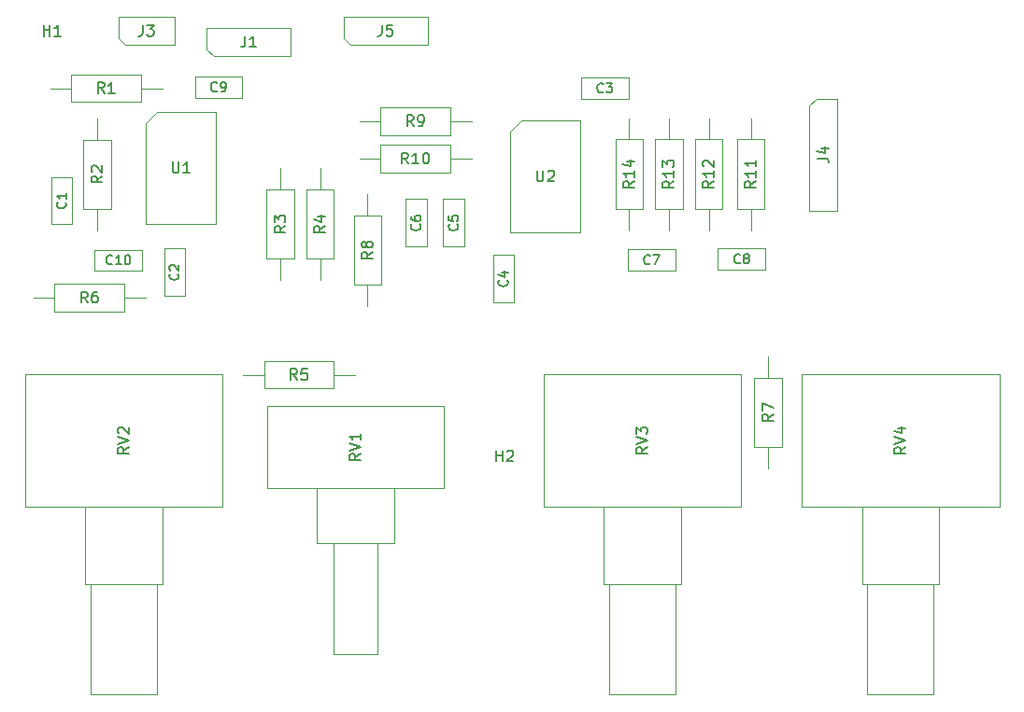
<source format=gbr>
%TF.GenerationSoftware,KiCad,Pcbnew,7.0.8-7.0.8~ubuntu22.04.1*%
%TF.CreationDate,2023-10-08T09:38:23-05:00*%
%TF.ProjectId,crossover_v1,63726f73-736f-4766-9572-5f76312e6b69,v1.0.0*%
%TF.SameCoordinates,Original*%
%TF.FileFunction,AssemblyDrawing,Top*%
%FSLAX46Y46*%
G04 Gerber Fmt 4.6, Leading zero omitted, Abs format (unit mm)*
G04 Created by KiCad (PCBNEW 7.0.8-7.0.8~ubuntu22.04.1) date 2023-10-08 09:38:23*
%MOMM*%
%LPD*%
G01*
G04 APERTURE LIST*
%ADD10C,0.150000*%
%ADD11C,0.129000*%
%ADD12C,0.100000*%
G04 APERTURE END LIST*
D10*
X135161666Y-80424819D02*
X135161666Y-81139104D01*
X135161666Y-81139104D02*
X135114047Y-81281961D01*
X135114047Y-81281961D02*
X135018809Y-81377200D01*
X135018809Y-81377200D02*
X134875952Y-81424819D01*
X134875952Y-81424819D02*
X134780714Y-81424819D01*
X136114047Y-80424819D02*
X135637857Y-80424819D01*
X135637857Y-80424819D02*
X135590238Y-80901009D01*
X135590238Y-80901009D02*
X135637857Y-80853390D01*
X135637857Y-80853390D02*
X135733095Y-80805771D01*
X135733095Y-80805771D02*
X135971190Y-80805771D01*
X135971190Y-80805771D02*
X136066428Y-80853390D01*
X136066428Y-80853390D02*
X136114047Y-80901009D01*
X136114047Y-80901009D02*
X136161666Y-80996247D01*
X136161666Y-80996247D02*
X136161666Y-81234342D01*
X136161666Y-81234342D02*
X136114047Y-81329580D01*
X136114047Y-81329580D02*
X136066428Y-81377200D01*
X136066428Y-81377200D02*
X135971190Y-81424819D01*
X135971190Y-81424819D02*
X135733095Y-81424819D01*
X135733095Y-81424819D02*
X135637857Y-81377200D01*
X135637857Y-81377200D02*
X135590238Y-81329580D01*
D11*
X146514240Y-103593333D02*
X146555193Y-103634285D01*
X146555193Y-103634285D02*
X146596145Y-103757143D01*
X146596145Y-103757143D02*
X146596145Y-103839047D01*
X146596145Y-103839047D02*
X146555193Y-103961904D01*
X146555193Y-103961904D02*
X146473288Y-104043809D01*
X146473288Y-104043809D02*
X146391383Y-104084762D01*
X146391383Y-104084762D02*
X146227573Y-104125714D01*
X146227573Y-104125714D02*
X146104716Y-104125714D01*
X146104716Y-104125714D02*
X145940907Y-104084762D01*
X145940907Y-104084762D02*
X145859002Y-104043809D01*
X145859002Y-104043809D02*
X145777097Y-103961904D01*
X145777097Y-103961904D02*
X145736145Y-103839047D01*
X145736145Y-103839047D02*
X145736145Y-103757143D01*
X145736145Y-103757143D02*
X145777097Y-103634285D01*
X145777097Y-103634285D02*
X145818050Y-103593333D01*
X146022812Y-102856190D02*
X146596145Y-102856190D01*
X145695193Y-103060952D02*
X146309478Y-103265714D01*
X146309478Y-103265714D02*
X146309478Y-102733333D01*
D10*
X165259819Y-94592857D02*
X164783628Y-94926190D01*
X165259819Y-95164285D02*
X164259819Y-95164285D01*
X164259819Y-95164285D02*
X164259819Y-94783333D01*
X164259819Y-94783333D02*
X164307438Y-94688095D01*
X164307438Y-94688095D02*
X164355057Y-94640476D01*
X164355057Y-94640476D02*
X164450295Y-94592857D01*
X164450295Y-94592857D02*
X164593152Y-94592857D01*
X164593152Y-94592857D02*
X164688390Y-94640476D01*
X164688390Y-94640476D02*
X164736009Y-94688095D01*
X164736009Y-94688095D02*
X164783628Y-94783333D01*
X164783628Y-94783333D02*
X164783628Y-95164285D01*
X165259819Y-93640476D02*
X165259819Y-94211904D01*
X165259819Y-93926190D02*
X164259819Y-93926190D01*
X164259819Y-93926190D02*
X164402676Y-94021428D01*
X164402676Y-94021428D02*
X164497914Y-94116666D01*
X164497914Y-94116666D02*
X164545533Y-94211904D01*
X164355057Y-93259523D02*
X164307438Y-93211904D01*
X164307438Y-93211904D02*
X164259819Y-93116666D01*
X164259819Y-93116666D02*
X164259819Y-92878571D01*
X164259819Y-92878571D02*
X164307438Y-92783333D01*
X164307438Y-92783333D02*
X164355057Y-92735714D01*
X164355057Y-92735714D02*
X164450295Y-92688095D01*
X164450295Y-92688095D02*
X164545533Y-92688095D01*
X164545533Y-92688095D02*
X164688390Y-92735714D01*
X164688390Y-92735714D02*
X165259819Y-93307142D01*
X165259819Y-93307142D02*
X165259819Y-92688095D01*
X149228095Y-93614819D02*
X149228095Y-94424342D01*
X149228095Y-94424342D02*
X149275714Y-94519580D01*
X149275714Y-94519580D02*
X149323333Y-94567200D01*
X149323333Y-94567200D02*
X149418571Y-94614819D01*
X149418571Y-94614819D02*
X149609047Y-94614819D01*
X149609047Y-94614819D02*
X149704285Y-94567200D01*
X149704285Y-94567200D02*
X149751904Y-94519580D01*
X149751904Y-94519580D02*
X149799523Y-94424342D01*
X149799523Y-94424342D02*
X149799523Y-93614819D01*
X150228095Y-93710057D02*
X150275714Y-93662438D01*
X150275714Y-93662438D02*
X150370952Y-93614819D01*
X150370952Y-93614819D02*
X150609047Y-93614819D01*
X150609047Y-93614819D02*
X150704285Y-93662438D01*
X150704285Y-93662438D02*
X150751904Y-93710057D01*
X150751904Y-93710057D02*
X150799523Y-93805295D01*
X150799523Y-93805295D02*
X150799523Y-93900533D01*
X150799523Y-93900533D02*
X150751904Y-94043390D01*
X150751904Y-94043390D02*
X150180476Y-94614819D01*
X150180476Y-94614819D02*
X150799523Y-94614819D01*
X161634819Y-94592857D02*
X161158628Y-94926190D01*
X161634819Y-95164285D02*
X160634819Y-95164285D01*
X160634819Y-95164285D02*
X160634819Y-94783333D01*
X160634819Y-94783333D02*
X160682438Y-94688095D01*
X160682438Y-94688095D02*
X160730057Y-94640476D01*
X160730057Y-94640476D02*
X160825295Y-94592857D01*
X160825295Y-94592857D02*
X160968152Y-94592857D01*
X160968152Y-94592857D02*
X161063390Y-94640476D01*
X161063390Y-94640476D02*
X161111009Y-94688095D01*
X161111009Y-94688095D02*
X161158628Y-94783333D01*
X161158628Y-94783333D02*
X161158628Y-95164285D01*
X161634819Y-93640476D02*
X161634819Y-94211904D01*
X161634819Y-93926190D02*
X160634819Y-93926190D01*
X160634819Y-93926190D02*
X160777676Y-94021428D01*
X160777676Y-94021428D02*
X160872914Y-94116666D01*
X160872914Y-94116666D02*
X160920533Y-94211904D01*
X160634819Y-93307142D02*
X160634819Y-92688095D01*
X160634819Y-92688095D02*
X161015771Y-93021428D01*
X161015771Y-93021428D02*
X161015771Y-92878571D01*
X161015771Y-92878571D02*
X161063390Y-92783333D01*
X161063390Y-92783333D02*
X161111009Y-92735714D01*
X161111009Y-92735714D02*
X161206247Y-92688095D01*
X161206247Y-92688095D02*
X161444342Y-92688095D01*
X161444342Y-92688095D02*
X161539580Y-92735714D01*
X161539580Y-92735714D02*
X161587200Y-92783333D01*
X161587200Y-92783333D02*
X161634819Y-92878571D01*
X161634819Y-92878571D02*
X161634819Y-93164285D01*
X161634819Y-93164285D02*
X161587200Y-93259523D01*
X161587200Y-93259523D02*
X161539580Y-93307142D01*
X170634819Y-115736666D02*
X170158628Y-116069999D01*
X170634819Y-116308094D02*
X169634819Y-116308094D01*
X169634819Y-116308094D02*
X169634819Y-115927142D01*
X169634819Y-115927142D02*
X169682438Y-115831904D01*
X169682438Y-115831904D02*
X169730057Y-115784285D01*
X169730057Y-115784285D02*
X169825295Y-115736666D01*
X169825295Y-115736666D02*
X169968152Y-115736666D01*
X169968152Y-115736666D02*
X170063390Y-115784285D01*
X170063390Y-115784285D02*
X170111009Y-115831904D01*
X170111009Y-115831904D02*
X170158628Y-115927142D01*
X170158628Y-115927142D02*
X170158628Y-116308094D01*
X169634819Y-115403332D02*
X169634819Y-114736666D01*
X169634819Y-114736666D02*
X170634819Y-115165237D01*
D11*
X141989240Y-98513333D02*
X142030193Y-98554285D01*
X142030193Y-98554285D02*
X142071145Y-98677143D01*
X142071145Y-98677143D02*
X142071145Y-98759047D01*
X142071145Y-98759047D02*
X142030193Y-98881904D01*
X142030193Y-98881904D02*
X141948288Y-98963809D01*
X141948288Y-98963809D02*
X141866383Y-99004762D01*
X141866383Y-99004762D02*
X141702573Y-99045714D01*
X141702573Y-99045714D02*
X141579716Y-99045714D01*
X141579716Y-99045714D02*
X141415907Y-99004762D01*
X141415907Y-99004762D02*
X141334002Y-98963809D01*
X141334002Y-98963809D02*
X141252097Y-98881904D01*
X141252097Y-98881904D02*
X141211145Y-98759047D01*
X141211145Y-98759047D02*
X141211145Y-98677143D01*
X141211145Y-98677143D02*
X141252097Y-98554285D01*
X141252097Y-98554285D02*
X141293050Y-98513333D01*
X141211145Y-97735238D02*
X141211145Y-98144762D01*
X141211145Y-98144762D02*
X141620669Y-98185714D01*
X141620669Y-98185714D02*
X141579716Y-98144762D01*
X141579716Y-98144762D02*
X141538764Y-98062857D01*
X141538764Y-98062857D02*
X141538764Y-97858095D01*
X141538764Y-97858095D02*
X141579716Y-97776190D01*
X141579716Y-97776190D02*
X141620669Y-97735238D01*
X141620669Y-97735238D02*
X141702573Y-97694285D01*
X141702573Y-97694285D02*
X141907335Y-97694285D01*
X141907335Y-97694285D02*
X141989240Y-97735238D01*
X141989240Y-97735238D02*
X142030193Y-97776190D01*
X142030193Y-97776190D02*
X142071145Y-97858095D01*
X142071145Y-97858095D02*
X142071145Y-98062857D01*
X142071145Y-98062857D02*
X142030193Y-98144762D01*
X142030193Y-98144762D02*
X141989240Y-98185714D01*
D10*
X169059819Y-94592857D02*
X168583628Y-94926190D01*
X169059819Y-95164285D02*
X168059819Y-95164285D01*
X168059819Y-95164285D02*
X168059819Y-94783333D01*
X168059819Y-94783333D02*
X168107438Y-94688095D01*
X168107438Y-94688095D02*
X168155057Y-94640476D01*
X168155057Y-94640476D02*
X168250295Y-94592857D01*
X168250295Y-94592857D02*
X168393152Y-94592857D01*
X168393152Y-94592857D02*
X168488390Y-94640476D01*
X168488390Y-94640476D02*
X168536009Y-94688095D01*
X168536009Y-94688095D02*
X168583628Y-94783333D01*
X168583628Y-94783333D02*
X168583628Y-95164285D01*
X169059819Y-93640476D02*
X169059819Y-94211904D01*
X169059819Y-93926190D02*
X168059819Y-93926190D01*
X168059819Y-93926190D02*
X168202676Y-94021428D01*
X168202676Y-94021428D02*
X168297914Y-94116666D01*
X168297914Y-94116666D02*
X168345533Y-94211904D01*
X169059819Y-92688095D02*
X169059819Y-93259523D01*
X169059819Y-92973809D02*
X168059819Y-92973809D01*
X168059819Y-92973809D02*
X168202676Y-93069047D01*
X168202676Y-93069047D02*
X168297914Y-93164285D01*
X168297914Y-93164285D02*
X168345533Y-93259523D01*
X110013333Y-86624819D02*
X109680000Y-86148628D01*
X109441905Y-86624819D02*
X109441905Y-85624819D01*
X109441905Y-85624819D02*
X109822857Y-85624819D01*
X109822857Y-85624819D02*
X109918095Y-85672438D01*
X109918095Y-85672438D02*
X109965714Y-85720057D01*
X109965714Y-85720057D02*
X110013333Y-85815295D01*
X110013333Y-85815295D02*
X110013333Y-85958152D01*
X110013333Y-85958152D02*
X109965714Y-86053390D01*
X109965714Y-86053390D02*
X109918095Y-86101009D01*
X109918095Y-86101009D02*
X109822857Y-86148628D01*
X109822857Y-86148628D02*
X109441905Y-86148628D01*
X110965714Y-86624819D02*
X110394286Y-86624819D01*
X110680000Y-86624819D02*
X110680000Y-85624819D01*
X110680000Y-85624819D02*
X110584762Y-85767676D01*
X110584762Y-85767676D02*
X110489524Y-85862914D01*
X110489524Y-85862914D02*
X110394286Y-85910533D01*
D11*
X138589240Y-98513333D02*
X138630193Y-98554285D01*
X138630193Y-98554285D02*
X138671145Y-98677143D01*
X138671145Y-98677143D02*
X138671145Y-98759047D01*
X138671145Y-98759047D02*
X138630193Y-98881904D01*
X138630193Y-98881904D02*
X138548288Y-98963809D01*
X138548288Y-98963809D02*
X138466383Y-99004762D01*
X138466383Y-99004762D02*
X138302573Y-99045714D01*
X138302573Y-99045714D02*
X138179716Y-99045714D01*
X138179716Y-99045714D02*
X138015907Y-99004762D01*
X138015907Y-99004762D02*
X137934002Y-98963809D01*
X137934002Y-98963809D02*
X137852097Y-98881904D01*
X137852097Y-98881904D02*
X137811145Y-98759047D01*
X137811145Y-98759047D02*
X137811145Y-98677143D01*
X137811145Y-98677143D02*
X137852097Y-98554285D01*
X137852097Y-98554285D02*
X137893050Y-98513333D01*
X137811145Y-97776190D02*
X137811145Y-97940000D01*
X137811145Y-97940000D02*
X137852097Y-98021904D01*
X137852097Y-98021904D02*
X137893050Y-98062857D01*
X137893050Y-98062857D02*
X138015907Y-98144762D01*
X138015907Y-98144762D02*
X138179716Y-98185714D01*
X138179716Y-98185714D02*
X138507335Y-98185714D01*
X138507335Y-98185714D02*
X138589240Y-98144762D01*
X138589240Y-98144762D02*
X138630193Y-98103809D01*
X138630193Y-98103809D02*
X138671145Y-98021904D01*
X138671145Y-98021904D02*
X138671145Y-97858095D01*
X138671145Y-97858095D02*
X138630193Y-97776190D01*
X138630193Y-97776190D02*
X138589240Y-97735238D01*
X138589240Y-97735238D02*
X138507335Y-97694285D01*
X138507335Y-97694285D02*
X138302573Y-97694285D01*
X138302573Y-97694285D02*
X138220669Y-97735238D01*
X138220669Y-97735238D02*
X138179716Y-97776190D01*
X138179716Y-97776190D02*
X138138764Y-97858095D01*
X138138764Y-97858095D02*
X138138764Y-98021904D01*
X138138764Y-98021904D02*
X138179716Y-98103809D01*
X138179716Y-98103809D02*
X138220669Y-98144762D01*
X138220669Y-98144762D02*
X138302573Y-98185714D01*
D10*
X145518095Y-120024819D02*
X145518095Y-119024819D01*
X145518095Y-119501009D02*
X146089523Y-119501009D01*
X146089523Y-120024819D02*
X146089523Y-119024819D01*
X146518095Y-119120057D02*
X146565714Y-119072438D01*
X146565714Y-119072438D02*
X146660952Y-119024819D01*
X146660952Y-119024819D02*
X146899047Y-119024819D01*
X146899047Y-119024819D02*
X146994285Y-119072438D01*
X146994285Y-119072438D02*
X147041904Y-119120057D01*
X147041904Y-119120057D02*
X147089523Y-119215295D01*
X147089523Y-119215295D02*
X147089523Y-119310533D01*
X147089523Y-119310533D02*
X147041904Y-119453390D01*
X147041904Y-119453390D02*
X146470476Y-120024819D01*
X146470476Y-120024819D02*
X147089523Y-120024819D01*
X134334819Y-101016666D02*
X133858628Y-101349999D01*
X134334819Y-101588094D02*
X133334819Y-101588094D01*
X133334819Y-101588094D02*
X133334819Y-101207142D01*
X133334819Y-101207142D02*
X133382438Y-101111904D01*
X133382438Y-101111904D02*
X133430057Y-101064285D01*
X133430057Y-101064285D02*
X133525295Y-101016666D01*
X133525295Y-101016666D02*
X133668152Y-101016666D01*
X133668152Y-101016666D02*
X133763390Y-101064285D01*
X133763390Y-101064285D02*
X133811009Y-101111904D01*
X133811009Y-101111904D02*
X133858628Y-101207142D01*
X133858628Y-101207142D02*
X133858628Y-101588094D01*
X133763390Y-100445237D02*
X133715771Y-100540475D01*
X133715771Y-100540475D02*
X133668152Y-100588094D01*
X133668152Y-100588094D02*
X133572914Y-100635713D01*
X133572914Y-100635713D02*
X133525295Y-100635713D01*
X133525295Y-100635713D02*
X133430057Y-100588094D01*
X133430057Y-100588094D02*
X133382438Y-100540475D01*
X133382438Y-100540475D02*
X133334819Y-100445237D01*
X133334819Y-100445237D02*
X133334819Y-100254761D01*
X133334819Y-100254761D02*
X133382438Y-100159523D01*
X133382438Y-100159523D02*
X133430057Y-100111904D01*
X133430057Y-100111904D02*
X133525295Y-100064285D01*
X133525295Y-100064285D02*
X133572914Y-100064285D01*
X133572914Y-100064285D02*
X133668152Y-100111904D01*
X133668152Y-100111904D02*
X133715771Y-100159523D01*
X133715771Y-100159523D02*
X133763390Y-100254761D01*
X133763390Y-100254761D02*
X133763390Y-100445237D01*
X133763390Y-100445237D02*
X133811009Y-100540475D01*
X133811009Y-100540475D02*
X133858628Y-100588094D01*
X133858628Y-100588094D02*
X133953866Y-100635713D01*
X133953866Y-100635713D02*
X134144342Y-100635713D01*
X134144342Y-100635713D02*
X134239580Y-100588094D01*
X134239580Y-100588094D02*
X134287200Y-100540475D01*
X134287200Y-100540475D02*
X134334819Y-100445237D01*
X134334819Y-100445237D02*
X134334819Y-100254761D01*
X134334819Y-100254761D02*
X134287200Y-100159523D01*
X134287200Y-100159523D02*
X134239580Y-100111904D01*
X134239580Y-100111904D02*
X134144342Y-100064285D01*
X134144342Y-100064285D02*
X133953866Y-100064285D01*
X133953866Y-100064285D02*
X133858628Y-100111904D01*
X133858628Y-100111904D02*
X133811009Y-100159523D01*
X133811009Y-100159523D02*
X133763390Y-100254761D01*
X182634819Y-118715238D02*
X182158628Y-119048571D01*
X182634819Y-119286666D02*
X181634819Y-119286666D01*
X181634819Y-119286666D02*
X181634819Y-118905714D01*
X181634819Y-118905714D02*
X181682438Y-118810476D01*
X181682438Y-118810476D02*
X181730057Y-118762857D01*
X181730057Y-118762857D02*
X181825295Y-118715238D01*
X181825295Y-118715238D02*
X181968152Y-118715238D01*
X181968152Y-118715238D02*
X182063390Y-118762857D01*
X182063390Y-118762857D02*
X182111009Y-118810476D01*
X182111009Y-118810476D02*
X182158628Y-118905714D01*
X182158628Y-118905714D02*
X182158628Y-119286666D01*
X181634819Y-118429523D02*
X182634819Y-118096190D01*
X182634819Y-118096190D02*
X181634819Y-117762857D01*
X181968152Y-117000952D02*
X182634819Y-117000952D01*
X181587200Y-117239047D02*
X182301485Y-117477142D01*
X182301485Y-117477142D02*
X182301485Y-116858095D01*
X116203095Y-92834819D02*
X116203095Y-93644342D01*
X116203095Y-93644342D02*
X116250714Y-93739580D01*
X116250714Y-93739580D02*
X116298333Y-93787200D01*
X116298333Y-93787200D02*
X116393571Y-93834819D01*
X116393571Y-93834819D02*
X116584047Y-93834819D01*
X116584047Y-93834819D02*
X116679285Y-93787200D01*
X116679285Y-93787200D02*
X116726904Y-93739580D01*
X116726904Y-93739580D02*
X116774523Y-93644342D01*
X116774523Y-93644342D02*
X116774523Y-92834819D01*
X117774523Y-93834819D02*
X117203095Y-93834819D01*
X117488809Y-93834819D02*
X117488809Y-92834819D01*
X117488809Y-92834819D02*
X117393571Y-92977676D01*
X117393571Y-92977676D02*
X117298333Y-93072914D01*
X117298333Y-93072914D02*
X117203095Y-93120533D01*
X113516666Y-80424819D02*
X113516666Y-81139104D01*
X113516666Y-81139104D02*
X113469047Y-81281961D01*
X113469047Y-81281961D02*
X113373809Y-81377200D01*
X113373809Y-81377200D02*
X113230952Y-81424819D01*
X113230952Y-81424819D02*
X113135714Y-81424819D01*
X113897619Y-80424819D02*
X114516666Y-80424819D01*
X114516666Y-80424819D02*
X114183333Y-80805771D01*
X114183333Y-80805771D02*
X114326190Y-80805771D01*
X114326190Y-80805771D02*
X114421428Y-80853390D01*
X114421428Y-80853390D02*
X114469047Y-80901009D01*
X114469047Y-80901009D02*
X114516666Y-80996247D01*
X114516666Y-80996247D02*
X114516666Y-81234342D01*
X114516666Y-81234342D02*
X114469047Y-81329580D01*
X114469047Y-81329580D02*
X114421428Y-81377200D01*
X114421428Y-81377200D02*
X114326190Y-81424819D01*
X114326190Y-81424819D02*
X114040476Y-81424819D01*
X114040476Y-81424819D02*
X113945238Y-81377200D01*
X113945238Y-81377200D02*
X113897619Y-81329580D01*
X130034819Y-98656666D02*
X129558628Y-98989999D01*
X130034819Y-99228094D02*
X129034819Y-99228094D01*
X129034819Y-99228094D02*
X129034819Y-98847142D01*
X129034819Y-98847142D02*
X129082438Y-98751904D01*
X129082438Y-98751904D02*
X129130057Y-98704285D01*
X129130057Y-98704285D02*
X129225295Y-98656666D01*
X129225295Y-98656666D02*
X129368152Y-98656666D01*
X129368152Y-98656666D02*
X129463390Y-98704285D01*
X129463390Y-98704285D02*
X129511009Y-98751904D01*
X129511009Y-98751904D02*
X129558628Y-98847142D01*
X129558628Y-98847142D02*
X129558628Y-99228094D01*
X129368152Y-97799523D02*
X130034819Y-97799523D01*
X128987200Y-98037618D02*
X129701485Y-98275713D01*
X129701485Y-98275713D02*
X129701485Y-97656666D01*
X127493333Y-112624819D02*
X127160000Y-112148628D01*
X126921905Y-112624819D02*
X126921905Y-111624819D01*
X126921905Y-111624819D02*
X127302857Y-111624819D01*
X127302857Y-111624819D02*
X127398095Y-111672438D01*
X127398095Y-111672438D02*
X127445714Y-111720057D01*
X127445714Y-111720057D02*
X127493333Y-111815295D01*
X127493333Y-111815295D02*
X127493333Y-111958152D01*
X127493333Y-111958152D02*
X127445714Y-112053390D01*
X127445714Y-112053390D02*
X127398095Y-112101009D01*
X127398095Y-112101009D02*
X127302857Y-112148628D01*
X127302857Y-112148628D02*
X126921905Y-112148628D01*
X128398095Y-111624819D02*
X127921905Y-111624819D01*
X127921905Y-111624819D02*
X127874286Y-112101009D01*
X127874286Y-112101009D02*
X127921905Y-112053390D01*
X127921905Y-112053390D02*
X128017143Y-112005771D01*
X128017143Y-112005771D02*
X128255238Y-112005771D01*
X128255238Y-112005771D02*
X128350476Y-112053390D01*
X128350476Y-112053390D02*
X128398095Y-112101009D01*
X128398095Y-112101009D02*
X128445714Y-112196247D01*
X128445714Y-112196247D02*
X128445714Y-112434342D01*
X128445714Y-112434342D02*
X128398095Y-112529580D01*
X128398095Y-112529580D02*
X128350476Y-112577200D01*
X128350476Y-112577200D02*
X128255238Y-112624819D01*
X128255238Y-112624819D02*
X128017143Y-112624819D01*
X128017143Y-112624819D02*
X127921905Y-112577200D01*
X127921905Y-112577200D02*
X127874286Y-112529580D01*
X159234819Y-118715238D02*
X158758628Y-119048571D01*
X159234819Y-119286666D02*
X158234819Y-119286666D01*
X158234819Y-119286666D02*
X158234819Y-118905714D01*
X158234819Y-118905714D02*
X158282438Y-118810476D01*
X158282438Y-118810476D02*
X158330057Y-118762857D01*
X158330057Y-118762857D02*
X158425295Y-118715238D01*
X158425295Y-118715238D02*
X158568152Y-118715238D01*
X158568152Y-118715238D02*
X158663390Y-118762857D01*
X158663390Y-118762857D02*
X158711009Y-118810476D01*
X158711009Y-118810476D02*
X158758628Y-118905714D01*
X158758628Y-118905714D02*
X158758628Y-119286666D01*
X158234819Y-118429523D02*
X159234819Y-118096190D01*
X159234819Y-118096190D02*
X158234819Y-117762857D01*
X158234819Y-117524761D02*
X158234819Y-116905714D01*
X158234819Y-116905714D02*
X158615771Y-117239047D01*
X158615771Y-117239047D02*
X158615771Y-117096190D01*
X158615771Y-117096190D02*
X158663390Y-117000952D01*
X158663390Y-117000952D02*
X158711009Y-116953333D01*
X158711009Y-116953333D02*
X158806247Y-116905714D01*
X158806247Y-116905714D02*
X159044342Y-116905714D01*
X159044342Y-116905714D02*
X159139580Y-116953333D01*
X159139580Y-116953333D02*
X159187200Y-117000952D01*
X159187200Y-117000952D02*
X159234819Y-117096190D01*
X159234819Y-117096190D02*
X159234819Y-117381904D01*
X159234819Y-117381904D02*
X159187200Y-117477142D01*
X159187200Y-117477142D02*
X159139580Y-117524761D01*
X109834819Y-94136666D02*
X109358628Y-94469999D01*
X109834819Y-94708094D02*
X108834819Y-94708094D01*
X108834819Y-94708094D02*
X108834819Y-94327142D01*
X108834819Y-94327142D02*
X108882438Y-94231904D01*
X108882438Y-94231904D02*
X108930057Y-94184285D01*
X108930057Y-94184285D02*
X109025295Y-94136666D01*
X109025295Y-94136666D02*
X109168152Y-94136666D01*
X109168152Y-94136666D02*
X109263390Y-94184285D01*
X109263390Y-94184285D02*
X109311009Y-94231904D01*
X109311009Y-94231904D02*
X109358628Y-94327142D01*
X109358628Y-94327142D02*
X109358628Y-94708094D01*
X108930057Y-93755713D02*
X108882438Y-93708094D01*
X108882438Y-93708094D02*
X108834819Y-93612856D01*
X108834819Y-93612856D02*
X108834819Y-93374761D01*
X108834819Y-93374761D02*
X108882438Y-93279523D01*
X108882438Y-93279523D02*
X108930057Y-93231904D01*
X108930057Y-93231904D02*
X109025295Y-93184285D01*
X109025295Y-93184285D02*
X109120533Y-93184285D01*
X109120533Y-93184285D02*
X109263390Y-93231904D01*
X109263390Y-93231904D02*
X109834819Y-93803332D01*
X109834819Y-93803332D02*
X109834819Y-93184285D01*
X112234819Y-118715238D02*
X111758628Y-119048571D01*
X112234819Y-119286666D02*
X111234819Y-119286666D01*
X111234819Y-119286666D02*
X111234819Y-118905714D01*
X111234819Y-118905714D02*
X111282438Y-118810476D01*
X111282438Y-118810476D02*
X111330057Y-118762857D01*
X111330057Y-118762857D02*
X111425295Y-118715238D01*
X111425295Y-118715238D02*
X111568152Y-118715238D01*
X111568152Y-118715238D02*
X111663390Y-118762857D01*
X111663390Y-118762857D02*
X111711009Y-118810476D01*
X111711009Y-118810476D02*
X111758628Y-118905714D01*
X111758628Y-118905714D02*
X111758628Y-119286666D01*
X111234819Y-118429523D02*
X112234819Y-118096190D01*
X112234819Y-118096190D02*
X111234819Y-117762857D01*
X111330057Y-117477142D02*
X111282438Y-117429523D01*
X111282438Y-117429523D02*
X111234819Y-117334285D01*
X111234819Y-117334285D02*
X111234819Y-117096190D01*
X111234819Y-117096190D02*
X111282438Y-117000952D01*
X111282438Y-117000952D02*
X111330057Y-116953333D01*
X111330057Y-116953333D02*
X111425295Y-116905714D01*
X111425295Y-116905714D02*
X111520533Y-116905714D01*
X111520533Y-116905714D02*
X111663390Y-116953333D01*
X111663390Y-116953333D02*
X112234819Y-117524761D01*
X112234819Y-117524761D02*
X112234819Y-116905714D01*
D11*
X106489240Y-96513333D02*
X106530193Y-96554285D01*
X106530193Y-96554285D02*
X106571145Y-96677143D01*
X106571145Y-96677143D02*
X106571145Y-96759047D01*
X106571145Y-96759047D02*
X106530193Y-96881904D01*
X106530193Y-96881904D02*
X106448288Y-96963809D01*
X106448288Y-96963809D02*
X106366383Y-97004762D01*
X106366383Y-97004762D02*
X106202573Y-97045714D01*
X106202573Y-97045714D02*
X106079716Y-97045714D01*
X106079716Y-97045714D02*
X105915907Y-97004762D01*
X105915907Y-97004762D02*
X105834002Y-96963809D01*
X105834002Y-96963809D02*
X105752097Y-96881904D01*
X105752097Y-96881904D02*
X105711145Y-96759047D01*
X105711145Y-96759047D02*
X105711145Y-96677143D01*
X105711145Y-96677143D02*
X105752097Y-96554285D01*
X105752097Y-96554285D02*
X105793050Y-96513333D01*
X106571145Y-95694285D02*
X106571145Y-96185714D01*
X106571145Y-95940000D02*
X105711145Y-95940000D01*
X105711145Y-95940000D02*
X105834002Y-96021904D01*
X105834002Y-96021904D02*
X105915907Y-96103809D01*
X105915907Y-96103809D02*
X105956859Y-96185714D01*
X110727142Y-102079240D02*
X110686190Y-102120193D01*
X110686190Y-102120193D02*
X110563332Y-102161145D01*
X110563332Y-102161145D02*
X110481428Y-102161145D01*
X110481428Y-102161145D02*
X110358571Y-102120193D01*
X110358571Y-102120193D02*
X110276666Y-102038288D01*
X110276666Y-102038288D02*
X110235713Y-101956383D01*
X110235713Y-101956383D02*
X110194761Y-101792573D01*
X110194761Y-101792573D02*
X110194761Y-101669716D01*
X110194761Y-101669716D02*
X110235713Y-101505907D01*
X110235713Y-101505907D02*
X110276666Y-101424002D01*
X110276666Y-101424002D02*
X110358571Y-101342097D01*
X110358571Y-101342097D02*
X110481428Y-101301145D01*
X110481428Y-101301145D02*
X110563332Y-101301145D01*
X110563332Y-101301145D02*
X110686190Y-101342097D01*
X110686190Y-101342097D02*
X110727142Y-101383050D01*
X111546190Y-102161145D02*
X111054761Y-102161145D01*
X111300475Y-102161145D02*
X111300475Y-101301145D01*
X111300475Y-101301145D02*
X111218571Y-101424002D01*
X111218571Y-101424002D02*
X111136666Y-101505907D01*
X111136666Y-101505907D02*
X111054761Y-101546859D01*
X112078571Y-101301145D02*
X112160476Y-101301145D01*
X112160476Y-101301145D02*
X112242380Y-101342097D01*
X112242380Y-101342097D02*
X112283333Y-101383050D01*
X112283333Y-101383050D02*
X112324285Y-101464954D01*
X112324285Y-101464954D02*
X112365238Y-101628764D01*
X112365238Y-101628764D02*
X112365238Y-101833526D01*
X112365238Y-101833526D02*
X112324285Y-101997335D01*
X112324285Y-101997335D02*
X112283333Y-102079240D01*
X112283333Y-102079240D02*
X112242380Y-102120193D01*
X112242380Y-102120193D02*
X112160476Y-102161145D01*
X112160476Y-102161145D02*
X112078571Y-102161145D01*
X112078571Y-102161145D02*
X111996666Y-102120193D01*
X111996666Y-102120193D02*
X111955714Y-102079240D01*
X111955714Y-102079240D02*
X111914761Y-101997335D01*
X111914761Y-101997335D02*
X111873809Y-101833526D01*
X111873809Y-101833526D02*
X111873809Y-101628764D01*
X111873809Y-101628764D02*
X111914761Y-101464954D01*
X111914761Y-101464954D02*
X111955714Y-101383050D01*
X111955714Y-101383050D02*
X111996666Y-101342097D01*
X111996666Y-101342097D02*
X112078571Y-101301145D01*
D10*
X158034819Y-94592857D02*
X157558628Y-94926190D01*
X158034819Y-95164285D02*
X157034819Y-95164285D01*
X157034819Y-95164285D02*
X157034819Y-94783333D01*
X157034819Y-94783333D02*
X157082438Y-94688095D01*
X157082438Y-94688095D02*
X157130057Y-94640476D01*
X157130057Y-94640476D02*
X157225295Y-94592857D01*
X157225295Y-94592857D02*
X157368152Y-94592857D01*
X157368152Y-94592857D02*
X157463390Y-94640476D01*
X157463390Y-94640476D02*
X157511009Y-94688095D01*
X157511009Y-94688095D02*
X157558628Y-94783333D01*
X157558628Y-94783333D02*
X157558628Y-95164285D01*
X158034819Y-93640476D02*
X158034819Y-94211904D01*
X158034819Y-93926190D02*
X157034819Y-93926190D01*
X157034819Y-93926190D02*
X157177676Y-94021428D01*
X157177676Y-94021428D02*
X157272914Y-94116666D01*
X157272914Y-94116666D02*
X157320533Y-94211904D01*
X157368152Y-92783333D02*
X158034819Y-92783333D01*
X156987200Y-93021428D02*
X157701485Y-93259523D01*
X157701485Y-93259523D02*
X157701485Y-92640476D01*
D11*
X167636666Y-101979240D02*
X167595714Y-102020193D01*
X167595714Y-102020193D02*
X167472856Y-102061145D01*
X167472856Y-102061145D02*
X167390952Y-102061145D01*
X167390952Y-102061145D02*
X167268095Y-102020193D01*
X167268095Y-102020193D02*
X167186190Y-101938288D01*
X167186190Y-101938288D02*
X167145237Y-101856383D01*
X167145237Y-101856383D02*
X167104285Y-101692573D01*
X167104285Y-101692573D02*
X167104285Y-101569716D01*
X167104285Y-101569716D02*
X167145237Y-101405907D01*
X167145237Y-101405907D02*
X167186190Y-101324002D01*
X167186190Y-101324002D02*
X167268095Y-101242097D01*
X167268095Y-101242097D02*
X167390952Y-101201145D01*
X167390952Y-101201145D02*
X167472856Y-101201145D01*
X167472856Y-101201145D02*
X167595714Y-101242097D01*
X167595714Y-101242097D02*
X167636666Y-101283050D01*
X168128095Y-101569716D02*
X168046190Y-101528764D01*
X168046190Y-101528764D02*
X168005237Y-101487812D01*
X168005237Y-101487812D02*
X167964285Y-101405907D01*
X167964285Y-101405907D02*
X167964285Y-101364954D01*
X167964285Y-101364954D02*
X168005237Y-101283050D01*
X168005237Y-101283050D02*
X168046190Y-101242097D01*
X168046190Y-101242097D02*
X168128095Y-101201145D01*
X168128095Y-101201145D02*
X168291904Y-101201145D01*
X168291904Y-101201145D02*
X168373809Y-101242097D01*
X168373809Y-101242097D02*
X168414761Y-101283050D01*
X168414761Y-101283050D02*
X168455714Y-101364954D01*
X168455714Y-101364954D02*
X168455714Y-101405907D01*
X168455714Y-101405907D02*
X168414761Y-101487812D01*
X168414761Y-101487812D02*
X168373809Y-101528764D01*
X168373809Y-101528764D02*
X168291904Y-101569716D01*
X168291904Y-101569716D02*
X168128095Y-101569716D01*
X168128095Y-101569716D02*
X168046190Y-101610669D01*
X168046190Y-101610669D02*
X168005237Y-101651621D01*
X168005237Y-101651621D02*
X167964285Y-101733526D01*
X167964285Y-101733526D02*
X167964285Y-101897335D01*
X167964285Y-101897335D02*
X168005237Y-101979240D01*
X168005237Y-101979240D02*
X168046190Y-102020193D01*
X168046190Y-102020193D02*
X168128095Y-102061145D01*
X168128095Y-102061145D02*
X168291904Y-102061145D01*
X168291904Y-102061145D02*
X168373809Y-102020193D01*
X168373809Y-102020193D02*
X168414761Y-101979240D01*
X168414761Y-101979240D02*
X168455714Y-101897335D01*
X168455714Y-101897335D02*
X168455714Y-101733526D01*
X168455714Y-101733526D02*
X168414761Y-101651621D01*
X168414761Y-101651621D02*
X168373809Y-101610669D01*
X168373809Y-101610669D02*
X168291904Y-101569716D01*
D10*
X104518095Y-81424819D02*
X104518095Y-80424819D01*
X104518095Y-80901009D02*
X105089523Y-80901009D01*
X105089523Y-81424819D02*
X105089523Y-80424819D01*
X106089523Y-81424819D02*
X105518095Y-81424819D01*
X105803809Y-81424819D02*
X105803809Y-80424819D01*
X105803809Y-80424819D02*
X105708571Y-80567676D01*
X105708571Y-80567676D02*
X105613333Y-80662914D01*
X105613333Y-80662914D02*
X105518095Y-80710533D01*
X122786666Y-81424819D02*
X122786666Y-82139104D01*
X122786666Y-82139104D02*
X122739047Y-82281961D01*
X122739047Y-82281961D02*
X122643809Y-82377200D01*
X122643809Y-82377200D02*
X122500952Y-82424819D01*
X122500952Y-82424819D02*
X122405714Y-82424819D01*
X123786666Y-82424819D02*
X123215238Y-82424819D01*
X123500952Y-82424819D02*
X123500952Y-81424819D01*
X123500952Y-81424819D02*
X123405714Y-81567676D01*
X123405714Y-81567676D02*
X123310476Y-81662914D01*
X123310476Y-81662914D02*
X123215238Y-81710533D01*
D11*
X155236666Y-86479240D02*
X155195714Y-86520193D01*
X155195714Y-86520193D02*
X155072856Y-86561145D01*
X155072856Y-86561145D02*
X154990952Y-86561145D01*
X154990952Y-86561145D02*
X154868095Y-86520193D01*
X154868095Y-86520193D02*
X154786190Y-86438288D01*
X154786190Y-86438288D02*
X154745237Y-86356383D01*
X154745237Y-86356383D02*
X154704285Y-86192573D01*
X154704285Y-86192573D02*
X154704285Y-86069716D01*
X154704285Y-86069716D02*
X154745237Y-85905907D01*
X154745237Y-85905907D02*
X154786190Y-85824002D01*
X154786190Y-85824002D02*
X154868095Y-85742097D01*
X154868095Y-85742097D02*
X154990952Y-85701145D01*
X154990952Y-85701145D02*
X155072856Y-85701145D01*
X155072856Y-85701145D02*
X155195714Y-85742097D01*
X155195714Y-85742097D02*
X155236666Y-85783050D01*
X155523333Y-85701145D02*
X156055714Y-85701145D01*
X156055714Y-85701145D02*
X155769047Y-86028764D01*
X155769047Y-86028764D02*
X155891904Y-86028764D01*
X155891904Y-86028764D02*
X155973809Y-86069716D01*
X155973809Y-86069716D02*
X156014761Y-86110669D01*
X156014761Y-86110669D02*
X156055714Y-86192573D01*
X156055714Y-86192573D02*
X156055714Y-86397335D01*
X156055714Y-86397335D02*
X156014761Y-86479240D01*
X156014761Y-86479240D02*
X155973809Y-86520193D01*
X155973809Y-86520193D02*
X155891904Y-86561145D01*
X155891904Y-86561145D02*
X155646190Y-86561145D01*
X155646190Y-86561145D02*
X155564285Y-86520193D01*
X155564285Y-86520193D02*
X155523333Y-86479240D01*
X120236666Y-86379240D02*
X120195714Y-86420193D01*
X120195714Y-86420193D02*
X120072856Y-86461145D01*
X120072856Y-86461145D02*
X119990952Y-86461145D01*
X119990952Y-86461145D02*
X119868095Y-86420193D01*
X119868095Y-86420193D02*
X119786190Y-86338288D01*
X119786190Y-86338288D02*
X119745237Y-86256383D01*
X119745237Y-86256383D02*
X119704285Y-86092573D01*
X119704285Y-86092573D02*
X119704285Y-85969716D01*
X119704285Y-85969716D02*
X119745237Y-85805907D01*
X119745237Y-85805907D02*
X119786190Y-85724002D01*
X119786190Y-85724002D02*
X119868095Y-85642097D01*
X119868095Y-85642097D02*
X119990952Y-85601145D01*
X119990952Y-85601145D02*
X120072856Y-85601145D01*
X120072856Y-85601145D02*
X120195714Y-85642097D01*
X120195714Y-85642097D02*
X120236666Y-85683050D01*
X120646190Y-86461145D02*
X120809999Y-86461145D01*
X120809999Y-86461145D02*
X120891904Y-86420193D01*
X120891904Y-86420193D02*
X120932856Y-86379240D01*
X120932856Y-86379240D02*
X121014761Y-86256383D01*
X121014761Y-86256383D02*
X121055714Y-86092573D01*
X121055714Y-86092573D02*
X121055714Y-85764954D01*
X121055714Y-85764954D02*
X121014761Y-85683050D01*
X121014761Y-85683050D02*
X120973809Y-85642097D01*
X120973809Y-85642097D02*
X120891904Y-85601145D01*
X120891904Y-85601145D02*
X120728095Y-85601145D01*
X120728095Y-85601145D02*
X120646190Y-85642097D01*
X120646190Y-85642097D02*
X120605237Y-85683050D01*
X120605237Y-85683050D02*
X120564285Y-85764954D01*
X120564285Y-85764954D02*
X120564285Y-85969716D01*
X120564285Y-85969716D02*
X120605237Y-86051621D01*
X120605237Y-86051621D02*
X120646190Y-86092573D01*
X120646190Y-86092573D02*
X120728095Y-86133526D01*
X120728095Y-86133526D02*
X120891904Y-86133526D01*
X120891904Y-86133526D02*
X120973809Y-86092573D01*
X120973809Y-86092573D02*
X121014761Y-86051621D01*
X121014761Y-86051621D02*
X121055714Y-85969716D01*
X159461666Y-102059240D02*
X159420714Y-102100193D01*
X159420714Y-102100193D02*
X159297856Y-102141145D01*
X159297856Y-102141145D02*
X159215952Y-102141145D01*
X159215952Y-102141145D02*
X159093095Y-102100193D01*
X159093095Y-102100193D02*
X159011190Y-102018288D01*
X159011190Y-102018288D02*
X158970237Y-101936383D01*
X158970237Y-101936383D02*
X158929285Y-101772573D01*
X158929285Y-101772573D02*
X158929285Y-101649716D01*
X158929285Y-101649716D02*
X158970237Y-101485907D01*
X158970237Y-101485907D02*
X159011190Y-101404002D01*
X159011190Y-101404002D02*
X159093095Y-101322097D01*
X159093095Y-101322097D02*
X159215952Y-101281145D01*
X159215952Y-101281145D02*
X159297856Y-101281145D01*
X159297856Y-101281145D02*
X159420714Y-101322097D01*
X159420714Y-101322097D02*
X159461666Y-101363050D01*
X159748333Y-101281145D02*
X160321666Y-101281145D01*
X160321666Y-101281145D02*
X159953095Y-102141145D01*
X116689240Y-103013333D02*
X116730193Y-103054285D01*
X116730193Y-103054285D02*
X116771145Y-103177143D01*
X116771145Y-103177143D02*
X116771145Y-103259047D01*
X116771145Y-103259047D02*
X116730193Y-103381904D01*
X116730193Y-103381904D02*
X116648288Y-103463809D01*
X116648288Y-103463809D02*
X116566383Y-103504762D01*
X116566383Y-103504762D02*
X116402573Y-103545714D01*
X116402573Y-103545714D02*
X116279716Y-103545714D01*
X116279716Y-103545714D02*
X116115907Y-103504762D01*
X116115907Y-103504762D02*
X116034002Y-103463809D01*
X116034002Y-103463809D02*
X115952097Y-103381904D01*
X115952097Y-103381904D02*
X115911145Y-103259047D01*
X115911145Y-103259047D02*
X115911145Y-103177143D01*
X115911145Y-103177143D02*
X115952097Y-103054285D01*
X115952097Y-103054285D02*
X115993050Y-103013333D01*
X115993050Y-102685714D02*
X115952097Y-102644762D01*
X115952097Y-102644762D02*
X115911145Y-102562857D01*
X115911145Y-102562857D02*
X115911145Y-102358095D01*
X115911145Y-102358095D02*
X115952097Y-102276190D01*
X115952097Y-102276190D02*
X115993050Y-102235238D01*
X115993050Y-102235238D02*
X116074954Y-102194285D01*
X116074954Y-102194285D02*
X116156859Y-102194285D01*
X116156859Y-102194285D02*
X116279716Y-102235238D01*
X116279716Y-102235238D02*
X116771145Y-102726666D01*
X116771145Y-102726666D02*
X116771145Y-102194285D01*
D10*
X126434819Y-98656666D02*
X125958628Y-98989999D01*
X126434819Y-99228094D02*
X125434819Y-99228094D01*
X125434819Y-99228094D02*
X125434819Y-98847142D01*
X125434819Y-98847142D02*
X125482438Y-98751904D01*
X125482438Y-98751904D02*
X125530057Y-98704285D01*
X125530057Y-98704285D02*
X125625295Y-98656666D01*
X125625295Y-98656666D02*
X125768152Y-98656666D01*
X125768152Y-98656666D02*
X125863390Y-98704285D01*
X125863390Y-98704285D02*
X125911009Y-98751904D01*
X125911009Y-98751904D02*
X125958628Y-98847142D01*
X125958628Y-98847142D02*
X125958628Y-99228094D01*
X125434819Y-98323332D02*
X125434819Y-97704285D01*
X125434819Y-97704285D02*
X125815771Y-98037618D01*
X125815771Y-98037618D02*
X125815771Y-97894761D01*
X125815771Y-97894761D02*
X125863390Y-97799523D01*
X125863390Y-97799523D02*
X125911009Y-97751904D01*
X125911009Y-97751904D02*
X126006247Y-97704285D01*
X126006247Y-97704285D02*
X126244342Y-97704285D01*
X126244342Y-97704285D02*
X126339580Y-97751904D01*
X126339580Y-97751904D02*
X126387200Y-97799523D01*
X126387200Y-97799523D02*
X126434819Y-97894761D01*
X126434819Y-97894761D02*
X126434819Y-98180475D01*
X126434819Y-98180475D02*
X126387200Y-98275713D01*
X126387200Y-98275713D02*
X126339580Y-98323332D01*
X137562142Y-93004819D02*
X137228809Y-92528628D01*
X136990714Y-93004819D02*
X136990714Y-92004819D01*
X136990714Y-92004819D02*
X137371666Y-92004819D01*
X137371666Y-92004819D02*
X137466904Y-92052438D01*
X137466904Y-92052438D02*
X137514523Y-92100057D01*
X137514523Y-92100057D02*
X137562142Y-92195295D01*
X137562142Y-92195295D02*
X137562142Y-92338152D01*
X137562142Y-92338152D02*
X137514523Y-92433390D01*
X137514523Y-92433390D02*
X137466904Y-92481009D01*
X137466904Y-92481009D02*
X137371666Y-92528628D01*
X137371666Y-92528628D02*
X136990714Y-92528628D01*
X138514523Y-93004819D02*
X137943095Y-93004819D01*
X138228809Y-93004819D02*
X138228809Y-92004819D01*
X138228809Y-92004819D02*
X138133571Y-92147676D01*
X138133571Y-92147676D02*
X138038333Y-92242914D01*
X138038333Y-92242914D02*
X137943095Y-92290533D01*
X139133571Y-92004819D02*
X139228809Y-92004819D01*
X139228809Y-92004819D02*
X139324047Y-92052438D01*
X139324047Y-92052438D02*
X139371666Y-92100057D01*
X139371666Y-92100057D02*
X139419285Y-92195295D01*
X139419285Y-92195295D02*
X139466904Y-92385771D01*
X139466904Y-92385771D02*
X139466904Y-92623866D01*
X139466904Y-92623866D02*
X139419285Y-92814342D01*
X139419285Y-92814342D02*
X139371666Y-92909580D01*
X139371666Y-92909580D02*
X139324047Y-92957200D01*
X139324047Y-92957200D02*
X139228809Y-93004819D01*
X139228809Y-93004819D02*
X139133571Y-93004819D01*
X139133571Y-93004819D02*
X139038333Y-92957200D01*
X139038333Y-92957200D02*
X138990714Y-92909580D01*
X138990714Y-92909580D02*
X138943095Y-92814342D01*
X138943095Y-92814342D02*
X138895476Y-92623866D01*
X138895476Y-92623866D02*
X138895476Y-92385771D01*
X138895476Y-92385771D02*
X138943095Y-92195295D01*
X138943095Y-92195295D02*
X138990714Y-92100057D01*
X138990714Y-92100057D02*
X139038333Y-92052438D01*
X139038333Y-92052438D02*
X139133571Y-92004819D01*
X138038333Y-89604819D02*
X137705000Y-89128628D01*
X137466905Y-89604819D02*
X137466905Y-88604819D01*
X137466905Y-88604819D02*
X137847857Y-88604819D01*
X137847857Y-88604819D02*
X137943095Y-88652438D01*
X137943095Y-88652438D02*
X137990714Y-88700057D01*
X137990714Y-88700057D02*
X138038333Y-88795295D01*
X138038333Y-88795295D02*
X138038333Y-88938152D01*
X138038333Y-88938152D02*
X137990714Y-89033390D01*
X137990714Y-89033390D02*
X137943095Y-89081009D01*
X137943095Y-89081009D02*
X137847857Y-89128628D01*
X137847857Y-89128628D02*
X137466905Y-89128628D01*
X138514524Y-89604819D02*
X138705000Y-89604819D01*
X138705000Y-89604819D02*
X138800238Y-89557200D01*
X138800238Y-89557200D02*
X138847857Y-89509580D01*
X138847857Y-89509580D02*
X138943095Y-89366723D01*
X138943095Y-89366723D02*
X138990714Y-89176247D01*
X138990714Y-89176247D02*
X138990714Y-88795295D01*
X138990714Y-88795295D02*
X138943095Y-88700057D01*
X138943095Y-88700057D02*
X138895476Y-88652438D01*
X138895476Y-88652438D02*
X138800238Y-88604819D01*
X138800238Y-88604819D02*
X138609762Y-88604819D01*
X138609762Y-88604819D02*
X138514524Y-88652438D01*
X138514524Y-88652438D02*
X138466905Y-88700057D01*
X138466905Y-88700057D02*
X138419286Y-88795295D01*
X138419286Y-88795295D02*
X138419286Y-89033390D01*
X138419286Y-89033390D02*
X138466905Y-89128628D01*
X138466905Y-89128628D02*
X138514524Y-89176247D01*
X138514524Y-89176247D02*
X138609762Y-89223866D01*
X138609762Y-89223866D02*
X138800238Y-89223866D01*
X138800238Y-89223866D02*
X138895476Y-89176247D01*
X138895476Y-89176247D02*
X138943095Y-89128628D01*
X138943095Y-89128628D02*
X138990714Y-89033390D01*
X133234819Y-119315238D02*
X132758628Y-119648571D01*
X133234819Y-119886666D02*
X132234819Y-119886666D01*
X132234819Y-119886666D02*
X132234819Y-119505714D01*
X132234819Y-119505714D02*
X132282438Y-119410476D01*
X132282438Y-119410476D02*
X132330057Y-119362857D01*
X132330057Y-119362857D02*
X132425295Y-119315238D01*
X132425295Y-119315238D02*
X132568152Y-119315238D01*
X132568152Y-119315238D02*
X132663390Y-119362857D01*
X132663390Y-119362857D02*
X132711009Y-119410476D01*
X132711009Y-119410476D02*
X132758628Y-119505714D01*
X132758628Y-119505714D02*
X132758628Y-119886666D01*
X132234819Y-119029523D02*
X133234819Y-118696190D01*
X133234819Y-118696190D02*
X132234819Y-118362857D01*
X133234819Y-117505714D02*
X133234819Y-118077142D01*
X133234819Y-117791428D02*
X132234819Y-117791428D01*
X132234819Y-117791428D02*
X132377676Y-117886666D01*
X132377676Y-117886666D02*
X132472914Y-117981904D01*
X132472914Y-117981904D02*
X132520533Y-118077142D01*
X174634819Y-92513333D02*
X175349104Y-92513333D01*
X175349104Y-92513333D02*
X175491961Y-92560952D01*
X175491961Y-92560952D02*
X175587200Y-92656190D01*
X175587200Y-92656190D02*
X175634819Y-92799047D01*
X175634819Y-92799047D02*
X175634819Y-92894285D01*
X174968152Y-91608571D02*
X175634819Y-91608571D01*
X174587200Y-91846666D02*
X175301485Y-92084761D01*
X175301485Y-92084761D02*
X175301485Y-91465714D01*
X108493333Y-105624819D02*
X108160000Y-105148628D01*
X107921905Y-105624819D02*
X107921905Y-104624819D01*
X107921905Y-104624819D02*
X108302857Y-104624819D01*
X108302857Y-104624819D02*
X108398095Y-104672438D01*
X108398095Y-104672438D02*
X108445714Y-104720057D01*
X108445714Y-104720057D02*
X108493333Y-104815295D01*
X108493333Y-104815295D02*
X108493333Y-104958152D01*
X108493333Y-104958152D02*
X108445714Y-105053390D01*
X108445714Y-105053390D02*
X108398095Y-105101009D01*
X108398095Y-105101009D02*
X108302857Y-105148628D01*
X108302857Y-105148628D02*
X107921905Y-105148628D01*
X109350476Y-104624819D02*
X109160000Y-104624819D01*
X109160000Y-104624819D02*
X109064762Y-104672438D01*
X109064762Y-104672438D02*
X109017143Y-104720057D01*
X109017143Y-104720057D02*
X108921905Y-104862914D01*
X108921905Y-104862914D02*
X108874286Y-105053390D01*
X108874286Y-105053390D02*
X108874286Y-105434342D01*
X108874286Y-105434342D02*
X108921905Y-105529580D01*
X108921905Y-105529580D02*
X108969524Y-105577200D01*
X108969524Y-105577200D02*
X109064762Y-105624819D01*
X109064762Y-105624819D02*
X109255238Y-105624819D01*
X109255238Y-105624819D02*
X109350476Y-105577200D01*
X109350476Y-105577200D02*
X109398095Y-105529580D01*
X109398095Y-105529580D02*
X109445714Y-105434342D01*
X109445714Y-105434342D02*
X109445714Y-105196247D01*
X109445714Y-105196247D02*
X109398095Y-105101009D01*
X109398095Y-105101009D02*
X109350476Y-105053390D01*
X109350476Y-105053390D02*
X109255238Y-105005771D01*
X109255238Y-105005771D02*
X109064762Y-105005771D01*
X109064762Y-105005771D02*
X108969524Y-105053390D01*
X108969524Y-105053390D02*
X108921905Y-105101009D01*
X108921905Y-105101009D02*
X108874286Y-105196247D01*
D12*
%TO.C,J5*%
X132320000Y-82240000D02*
X131685000Y-81605000D01*
X139305000Y-82240000D02*
X132320000Y-82240000D01*
X131685000Y-81605000D02*
X131685000Y-79700000D01*
X131685000Y-79700000D02*
X139305000Y-79700000D01*
X139305000Y-79700000D02*
X139305000Y-82240000D01*
%TO.C,C4*%
X147155000Y-101300000D02*
X145255000Y-101300000D01*
X145255000Y-101300000D02*
X145255000Y-105600000D01*
X147155000Y-105600000D02*
X147155000Y-101300000D01*
X145255000Y-105600000D02*
X147155000Y-105600000D01*
%TO.C,R12*%
X164805000Y-88870000D02*
X164805000Y-90800000D01*
X166055000Y-90800000D02*
X163555000Y-90800000D01*
X163555000Y-90800000D02*
X163555000Y-97100000D01*
X166055000Y-97100000D02*
X166055000Y-90800000D01*
X163555000Y-97100000D02*
X166055000Y-97100000D01*
X164805000Y-99030000D02*
X164805000Y-97100000D01*
%TO.C,U2*%
X146815000Y-90080000D02*
X147815000Y-89080000D01*
X146815000Y-99240000D02*
X146815000Y-90080000D01*
X147815000Y-89080000D02*
X153165000Y-89080000D01*
X153165000Y-89080000D02*
X153165000Y-99240000D01*
X153165000Y-99240000D02*
X146815000Y-99240000D01*
%TO.C,R13*%
X161180000Y-99030000D02*
X161180000Y-97100000D01*
X159930000Y-97100000D02*
X162430000Y-97100000D01*
X162430000Y-97100000D02*
X162430000Y-90800000D01*
X159930000Y-90800000D02*
X159930000Y-97100000D01*
X162430000Y-90800000D02*
X159930000Y-90800000D01*
X161180000Y-88870000D02*
X161180000Y-90800000D01*
%TO.C,R7*%
X170180000Y-110490000D02*
X170180000Y-112420000D01*
X171430000Y-112420000D02*
X168930000Y-112420000D01*
X168930000Y-112420000D02*
X168930000Y-118720000D01*
X171430000Y-118720000D02*
X171430000Y-112420000D01*
X168930000Y-118720000D02*
X171430000Y-118720000D01*
X170180000Y-120650000D02*
X170180000Y-118720000D01*
%TO.C,C5*%
X142630000Y-96220000D02*
X140730000Y-96220000D01*
X140730000Y-96220000D02*
X140730000Y-100520000D01*
X142630000Y-100520000D02*
X142630000Y-96220000D01*
X140730000Y-100520000D02*
X142630000Y-100520000D01*
%TO.C,R11*%
X168605000Y-99030000D02*
X168605000Y-97100000D01*
X167355000Y-97100000D02*
X169855000Y-97100000D01*
X169855000Y-97100000D02*
X169855000Y-90800000D01*
X167355000Y-90800000D02*
X167355000Y-97100000D01*
X169855000Y-90800000D02*
X167355000Y-90800000D01*
X168605000Y-88870000D02*
X168605000Y-90800000D01*
%TO.C,R1*%
X115260000Y-86170000D02*
X113330000Y-86170000D01*
X113330000Y-87420000D02*
X113330000Y-84920000D01*
X113330000Y-84920000D02*
X107030000Y-84920000D01*
X107030000Y-87420000D02*
X113330000Y-87420000D01*
X107030000Y-84920000D02*
X107030000Y-87420000D01*
X105100000Y-86170000D02*
X107030000Y-86170000D01*
%TO.C,C6*%
X137330000Y-100520000D02*
X139230000Y-100520000D01*
X139230000Y-100520000D02*
X139230000Y-96220000D01*
X137330000Y-96220000D02*
X137330000Y-100520000D01*
X139230000Y-96220000D02*
X137330000Y-96220000D01*
%TO.C,R8*%
X133880000Y-95770000D02*
X133880000Y-97700000D01*
X135130000Y-97700000D02*
X132630000Y-97700000D01*
X132630000Y-97700000D02*
X132630000Y-104000000D01*
X135130000Y-104000000D02*
X135130000Y-97700000D01*
X132630000Y-104000000D02*
X135130000Y-104000000D01*
X133880000Y-105930000D02*
X133880000Y-104000000D01*
%TO.C,RV4*%
X191130000Y-112070000D02*
X173230000Y-112070000D01*
X173230000Y-112070000D02*
X173230000Y-124170000D01*
X191130000Y-124170000D02*
X191130000Y-112070000D01*
X185680000Y-124170000D02*
X178680000Y-124170000D01*
X178680000Y-124170000D02*
X178680000Y-131170000D01*
X173230000Y-124170000D02*
X191130000Y-124170000D01*
X185680000Y-131170000D02*
X185680000Y-124170000D01*
X185180000Y-131170000D02*
X179180000Y-131170000D01*
X179180000Y-131170000D02*
X179180000Y-141170000D01*
X178680000Y-131170000D02*
X185680000Y-131170000D01*
X185180000Y-141170000D02*
X185180000Y-131170000D01*
X179180000Y-141170000D02*
X185180000Y-141170000D01*
%TO.C,U1*%
X113790000Y-89300000D02*
X114790000Y-88300000D01*
X113790000Y-98460000D02*
X113790000Y-89300000D01*
X114790000Y-88300000D02*
X120140000Y-88300000D01*
X120140000Y-88300000D02*
X120140000Y-98460000D01*
X120140000Y-98460000D02*
X113790000Y-98460000D01*
%TO.C,J3*%
X111945000Y-82240000D02*
X111310000Y-81605000D01*
X116390000Y-82240000D02*
X111945000Y-82240000D01*
X111310000Y-81605000D02*
X111310000Y-79700000D01*
X111310000Y-79700000D02*
X116390000Y-79700000D01*
X116390000Y-79700000D02*
X116390000Y-82240000D01*
%TO.C,R4*%
X129580000Y-103570000D02*
X129580000Y-101640000D01*
X128330000Y-101640000D02*
X130830000Y-101640000D01*
X130830000Y-101640000D02*
X130830000Y-95340000D01*
X128330000Y-95340000D02*
X128330000Y-101640000D01*
X130830000Y-95340000D02*
X128330000Y-95340000D01*
X129580000Y-93410000D02*
X129580000Y-95340000D01*
%TO.C,R5*%
X122580000Y-112170000D02*
X124510000Y-112170000D01*
X124510000Y-110920000D02*
X124510000Y-113420000D01*
X124510000Y-113420000D02*
X130810000Y-113420000D01*
X130810000Y-110920000D02*
X124510000Y-110920000D01*
X130810000Y-113420000D02*
X130810000Y-110920000D01*
X132740000Y-112170000D02*
X130810000Y-112170000D01*
%TO.C,RV3*%
X167730000Y-112070000D02*
X149830000Y-112070000D01*
X149830000Y-112070000D02*
X149830000Y-124170000D01*
X167730000Y-124170000D02*
X167730000Y-112070000D01*
X162280000Y-124170000D02*
X155280000Y-124170000D01*
X155280000Y-124170000D02*
X155280000Y-131170000D01*
X149830000Y-124170000D02*
X167730000Y-124170000D01*
X162280000Y-131170000D02*
X162280000Y-124170000D01*
X161780000Y-131170000D02*
X155780000Y-131170000D01*
X155780000Y-131170000D02*
X155780000Y-141170000D01*
X155280000Y-131170000D02*
X162280000Y-131170000D01*
X161780000Y-141170000D02*
X161780000Y-131170000D01*
X155780000Y-141170000D02*
X161780000Y-141170000D01*
%TO.C,R2*%
X109380000Y-88890000D02*
X109380000Y-90820000D01*
X110630000Y-90820000D02*
X108130000Y-90820000D01*
X108130000Y-90820000D02*
X108130000Y-97120000D01*
X110630000Y-97120000D02*
X110630000Y-90820000D01*
X108130000Y-97120000D02*
X110630000Y-97120000D01*
X109380000Y-99050000D02*
X109380000Y-97120000D01*
%TO.C,RV2*%
X120730000Y-112070000D02*
X102830000Y-112070000D01*
X102830000Y-112070000D02*
X102830000Y-124170000D01*
X120730000Y-124170000D02*
X120730000Y-112070000D01*
X115280000Y-124170000D02*
X108280000Y-124170000D01*
X108280000Y-124170000D02*
X108280000Y-131170000D01*
X102830000Y-124170000D02*
X120730000Y-124170000D01*
X115280000Y-131170000D02*
X115280000Y-124170000D01*
X114780000Y-131170000D02*
X108780000Y-131170000D01*
X108780000Y-131170000D02*
X108780000Y-141170000D01*
X108280000Y-131170000D02*
X115280000Y-131170000D01*
X114780000Y-141170000D02*
X114780000Y-131170000D01*
X108780000Y-141170000D02*
X114780000Y-141170000D01*
%TO.C,C1*%
X107130000Y-94220000D02*
X105230000Y-94220000D01*
X105230000Y-94220000D02*
X105230000Y-98520000D01*
X107130000Y-98520000D02*
X107130000Y-94220000D01*
X105230000Y-98520000D02*
X107130000Y-98520000D01*
%TO.C,C10*%
X113430000Y-102720000D02*
X113430000Y-100820000D01*
X113430000Y-100820000D02*
X109130000Y-100820000D01*
X109130000Y-102720000D02*
X113430000Y-102720000D01*
X109130000Y-100820000D02*
X109130000Y-102720000D01*
%TO.C,R14*%
X157580000Y-88870000D02*
X157580000Y-90800000D01*
X158830000Y-90800000D02*
X156330000Y-90800000D01*
X156330000Y-90800000D02*
X156330000Y-97100000D01*
X158830000Y-97100000D02*
X158830000Y-90800000D01*
X156330000Y-97100000D02*
X158830000Y-97100000D01*
X157580000Y-99030000D02*
X157580000Y-97100000D01*
%TO.C,C8*%
X165630000Y-100720000D02*
X165630000Y-102620000D01*
X165630000Y-102620000D02*
X169930000Y-102620000D01*
X169930000Y-100720000D02*
X165630000Y-100720000D01*
X169930000Y-102620000D02*
X169930000Y-100720000D01*
%TO.C,J1*%
X119945000Y-83240000D02*
X119310000Y-82605000D01*
X126930000Y-83240000D02*
X119945000Y-83240000D01*
X119310000Y-82605000D02*
X119310000Y-80700000D01*
X119310000Y-80700000D02*
X126930000Y-80700000D01*
X126930000Y-80700000D02*
X126930000Y-83240000D01*
%TO.C,C3*%
X157530000Y-87120000D02*
X157530000Y-85220000D01*
X157530000Y-85220000D02*
X153230000Y-85220000D01*
X153230000Y-87120000D02*
X157530000Y-87120000D01*
X153230000Y-85220000D02*
X153230000Y-87120000D01*
%TO.C,C9*%
X118230000Y-85120000D02*
X118230000Y-87020000D01*
X118230000Y-87020000D02*
X122530000Y-87020000D01*
X122530000Y-85120000D02*
X118230000Y-85120000D01*
X122530000Y-87020000D02*
X122530000Y-85120000D01*
%TO.C,C7*%
X157455000Y-100800000D02*
X157455000Y-102700000D01*
X157455000Y-102700000D02*
X161755000Y-102700000D01*
X161755000Y-100800000D02*
X157455000Y-100800000D01*
X161755000Y-102700000D02*
X161755000Y-100800000D01*
%TO.C,C2*%
X117330000Y-100720000D02*
X115430000Y-100720000D01*
X115430000Y-100720000D02*
X115430000Y-105020000D01*
X117330000Y-105020000D02*
X117330000Y-100720000D01*
X115430000Y-105020000D02*
X117330000Y-105020000D01*
%TO.C,R3*%
X125980000Y-103570000D02*
X125980000Y-101640000D01*
X124730000Y-101640000D02*
X127230000Y-101640000D01*
X127230000Y-101640000D02*
X127230000Y-95340000D01*
X124730000Y-95340000D02*
X124730000Y-101640000D01*
X127230000Y-95340000D02*
X124730000Y-95340000D01*
X125980000Y-93410000D02*
X125980000Y-95340000D01*
%TO.C,R10*%
X133125000Y-92550000D02*
X135055000Y-92550000D01*
X135055000Y-91300000D02*
X135055000Y-93800000D01*
X135055000Y-93800000D02*
X141355000Y-93800000D01*
X141355000Y-91300000D02*
X135055000Y-91300000D01*
X141355000Y-93800000D02*
X141355000Y-91300000D01*
X143285000Y-92550000D02*
X141355000Y-92550000D01*
%TO.C,R9*%
X143285000Y-89150000D02*
X141355000Y-89150000D01*
X141355000Y-90400000D02*
X141355000Y-87900000D01*
X141355000Y-87900000D02*
X135055000Y-87900000D01*
X135055000Y-90400000D02*
X141355000Y-90400000D01*
X135055000Y-87900000D02*
X135055000Y-90400000D01*
X133125000Y-89150000D02*
X135055000Y-89150000D01*
%TO.C,RV1*%
X140780000Y-114970000D02*
X124780000Y-114970000D01*
X124780000Y-114970000D02*
X124780000Y-122470000D01*
X140780000Y-122470000D02*
X140780000Y-114970000D01*
X136280000Y-122470000D02*
X129280000Y-122470000D01*
X129280000Y-122470000D02*
X129280000Y-127470000D01*
X124780000Y-122470000D02*
X140780000Y-122470000D01*
X136280000Y-127470000D02*
X136280000Y-122470000D01*
X134780000Y-127470000D02*
X130780000Y-127470000D01*
X130780000Y-127470000D02*
X130780000Y-137470000D01*
X129280000Y-127470000D02*
X136280000Y-127470000D01*
X134780000Y-137470000D02*
X134780000Y-127470000D01*
X130780000Y-137470000D02*
X134780000Y-137470000D01*
%TO.C,J4*%
X173910000Y-87735000D02*
X174545000Y-87100000D01*
X173910000Y-97260000D02*
X173910000Y-87735000D01*
X174545000Y-87100000D02*
X176450000Y-87100000D01*
X176450000Y-87100000D02*
X176450000Y-97260000D01*
X176450000Y-97260000D02*
X173910000Y-97260000D01*
%TO.C,R6*%
X103580000Y-105170000D02*
X105510000Y-105170000D01*
X105510000Y-103920000D02*
X105510000Y-106420000D01*
X105510000Y-106420000D02*
X111810000Y-106420000D01*
X111810000Y-103920000D02*
X105510000Y-103920000D01*
X111810000Y-106420000D02*
X111810000Y-103920000D01*
X113740000Y-105170000D02*
X111810000Y-105170000D01*
%TD*%
M02*

</source>
